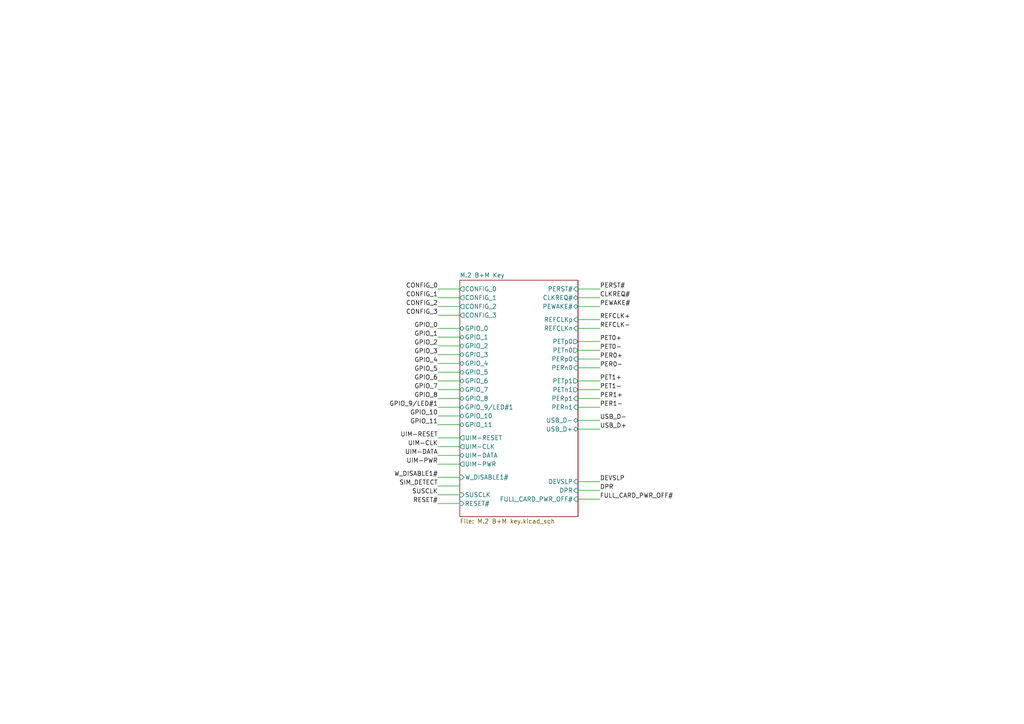
<source format=kicad_sch>
(kicad_sch
	(version 20250114)
	(generator "eeschema")
	(generator_version "9.0")
	(uuid "c871196e-a37f-421b-8d7c-60dcd33a83b4")
	(paper "A4")
	(lib_symbols)
	(wire
		(pts
			(xy 127 132.08) (xy 133.35 132.08)
		)
		(stroke
			(width 0)
			(type default)
		)
		(uuid "120f3170-179d-4452-a969-4d462ee41d64")
	)
	(wire
		(pts
			(xy 127 102.87) (xy 133.35 102.87)
		)
		(stroke
			(width 0)
			(type default)
		)
		(uuid "163ac809-4e64-4939-a4fe-db22c3670aac")
	)
	(wire
		(pts
			(xy 127 86.36) (xy 133.35 86.36)
		)
		(stroke
			(width 0)
			(type default)
		)
		(uuid "24b26cbe-a5bc-4d40-9935-9249c3e2d5e5")
	)
	(wire
		(pts
			(xy 127 88.9) (xy 133.35 88.9)
		)
		(stroke
			(width 0)
			(type default)
		)
		(uuid "24f97ca8-ab11-4278-b0aa-16f142747d79")
	)
	(wire
		(pts
			(xy 127 115.57) (xy 133.35 115.57)
		)
		(stroke
			(width 0)
			(type default)
		)
		(uuid "30975210-5418-4ca7-b8cc-ac2b79871628")
	)
	(wire
		(pts
			(xy 127 105.41) (xy 133.35 105.41)
		)
		(stroke
			(width 0)
			(type default)
		)
		(uuid "312166b3-9d37-4a02-bd65-6e98c8d5bcec")
	)
	(wire
		(pts
			(xy 127 129.54) (xy 133.35 129.54)
		)
		(stroke
			(width 0)
			(type default)
		)
		(uuid "43edd8b8-1d14-4055-aea7-0867cc7f8466")
	)
	(wire
		(pts
			(xy 127 113.03) (xy 133.35 113.03)
		)
		(stroke
			(width 0)
			(type default)
		)
		(uuid "44eb5814-cbce-4dc9-8bba-0db756931408")
	)
	(wire
		(pts
			(xy 167.64 104.14) (xy 173.99 104.14)
		)
		(stroke
			(width 0)
			(type default)
		)
		(uuid "4e96a45a-4692-4959-bc62-7880f4d304cc")
	)
	(wire
		(pts
			(xy 167.64 86.36) (xy 173.99 86.36)
		)
		(stroke
			(width 0)
			(type default)
		)
		(uuid "540fde65-1309-4bfe-a46c-735cb6ef6ebf")
	)
	(wire
		(pts
			(xy 167.64 92.71) (xy 173.99 92.71)
		)
		(stroke
			(width 0)
			(type default)
		)
		(uuid "59b76a4e-7d4e-49d8-9ea1-8114ad7b3585")
	)
	(wire
		(pts
			(xy 127 110.49) (xy 133.35 110.49)
		)
		(stroke
			(width 0)
			(type default)
		)
		(uuid "5bbe8fb6-4cbb-4a9c-96da-4e1bdc313524")
	)
	(wire
		(pts
			(xy 167.64 101.6) (xy 173.99 101.6)
		)
		(stroke
			(width 0)
			(type default)
		)
		(uuid "5e8d991f-5744-41e9-acf9-c47411452712")
	)
	(wire
		(pts
			(xy 167.64 83.82) (xy 173.99 83.82)
		)
		(stroke
			(width 0)
			(type default)
		)
		(uuid "5ede59ef-9e9f-4e6c-ad48-993cc41294ed")
	)
	(wire
		(pts
			(xy 167.64 99.06) (xy 173.99 99.06)
		)
		(stroke
			(width 0)
			(type default)
		)
		(uuid "5ef6043d-1fb7-434a-b440-395088f02559")
	)
	(wire
		(pts
			(xy 167.64 139.7) (xy 173.99 139.7)
		)
		(stroke
			(width 0)
			(type default)
		)
		(uuid "68056633-d832-4428-86df-5e6cda94ea8e")
	)
	(wire
		(pts
			(xy 167.64 106.68) (xy 173.99 106.68)
		)
		(stroke
			(width 0)
			(type default)
		)
		(uuid "6e74f3a2-f7c7-41ea-a2cf-436902f0e1b8")
	)
	(wire
		(pts
			(xy 167.64 88.9) (xy 173.99 88.9)
		)
		(stroke
			(width 0)
			(type default)
		)
		(uuid "71246420-ad60-46e5-a601-4bcb2f65616c")
	)
	(wire
		(pts
			(xy 127 138.43) (xy 133.35 138.43)
		)
		(stroke
			(width 0)
			(type default)
		)
		(uuid "7bdf1663-1cb2-49f7-8797-e53a2dae820c")
	)
	(wire
		(pts
			(xy 167.64 115.57) (xy 173.99 115.57)
		)
		(stroke
			(width 0)
			(type default)
		)
		(uuid "7c424b65-a898-4058-9b7a-721be177367a")
	)
	(wire
		(pts
			(xy 127 127) (xy 133.35 127)
		)
		(stroke
			(width 0)
			(type default)
		)
		(uuid "7cf048fc-0812-4dc5-8173-b277d2e5a858")
	)
	(wire
		(pts
			(xy 127 123.19) (xy 133.35 123.19)
		)
		(stroke
			(width 0)
			(type default)
		)
		(uuid "8d2a1f27-46b6-4988-96e9-70318de0a9da")
	)
	(wire
		(pts
			(xy 167.64 118.11) (xy 173.99 118.11)
		)
		(stroke
			(width 0)
			(type default)
		)
		(uuid "9b997216-841c-456f-a598-d0b400b3d615")
	)
	(wire
		(pts
			(xy 167.64 124.46) (xy 173.99 124.46)
		)
		(stroke
			(width 0)
			(type default)
		)
		(uuid "9c8e36e3-3fbe-4f03-bbaf-f77c4c73391f")
	)
	(wire
		(pts
			(xy 167.64 110.49) (xy 173.99 110.49)
		)
		(stroke
			(width 0)
			(type default)
		)
		(uuid "9ee6258e-985a-4a4d-a444-e7ef0121aaab")
	)
	(wire
		(pts
			(xy 167.64 144.78) (xy 173.99 144.78)
		)
		(stroke
			(width 0)
			(type default)
		)
		(uuid "a187b00b-4788-4c6f-ab78-70408903cb4e")
	)
	(wire
		(pts
			(xy 127 134.62) (xy 133.35 134.62)
		)
		(stroke
			(width 0)
			(type default)
		)
		(uuid "a94c911f-3aaa-476b-9830-0b012bb3f912")
	)
	(wire
		(pts
			(xy 167.64 142.24) (xy 173.99 142.24)
		)
		(stroke
			(width 0)
			(type default)
		)
		(uuid "aa14374d-90c2-413d-a5df-931f91bfc197")
	)
	(wire
		(pts
			(xy 167.64 113.03) (xy 173.99 113.03)
		)
		(stroke
			(width 0)
			(type default)
		)
		(uuid "afd477a3-0dbc-46c2-a96a-0c80aa0d9ccd")
	)
	(wire
		(pts
			(xy 127 143.51) (xy 133.35 143.51)
		)
		(stroke
			(width 0)
			(type default)
		)
		(uuid "bb7e54ce-72e3-4068-9bba-4c1fe3123fe1")
	)
	(wire
		(pts
			(xy 127 107.95) (xy 133.35 107.95)
		)
		(stroke
			(width 0)
			(type default)
		)
		(uuid "bb96d073-5856-494f-89d8-0f8500926f85")
	)
	(wire
		(pts
			(xy 127 83.82) (xy 133.35 83.82)
		)
		(stroke
			(width 0)
			(type default)
		)
		(uuid "c3726f14-f04a-4d9a-a813-40a4b1c7fb0a")
	)
	(wire
		(pts
			(xy 127 91.44) (xy 133.35 91.44)
		)
		(stroke
			(width 0)
			(type default)
		)
		(uuid "c8985961-20ac-4da9-a17b-43be90f11342")
	)
	(wire
		(pts
			(xy 167.64 95.25) (xy 173.99 95.25)
		)
		(stroke
			(width 0)
			(type default)
		)
		(uuid "cb442828-45c8-4792-998d-eef04b425d4a")
	)
	(wire
		(pts
			(xy 127 95.25) (xy 133.35 95.25)
		)
		(stroke
			(width 0)
			(type default)
		)
		(uuid "cd1b9201-706d-4288-9af0-70ff9a1e067a")
	)
	(wire
		(pts
			(xy 127 120.65) (xy 133.35 120.65)
		)
		(stroke
			(width 0)
			(type default)
		)
		(uuid "d560e5ff-dc2f-411e-9703-fbba445474e6")
	)
	(wire
		(pts
			(xy 127 146.05) (xy 133.35 146.05)
		)
		(stroke
			(width 0)
			(type default)
		)
		(uuid "db589fe1-67b0-4157-a7b9-192be4246831")
	)
	(wire
		(pts
			(xy 127 118.11) (xy 133.35 118.11)
		)
		(stroke
			(width 0)
			(type default)
		)
		(uuid "e49b3910-3867-4684-ab0b-ed5cedc82bd3")
	)
	(wire
		(pts
			(xy 127 140.97) (xy 133.35 140.97)
		)
		(stroke
			(width 0)
			(type default)
		)
		(uuid "e545e398-430d-4c31-9d50-270f10fa2da3")
	)
	(wire
		(pts
			(xy 127 97.79) (xy 133.35 97.79)
		)
		(stroke
			(width 0)
			(type default)
		)
		(uuid "f17ee975-1d0a-4a28-a4d9-a00db6cee2c6")
	)
	(wire
		(pts
			(xy 167.64 121.92) (xy 173.99 121.92)
		)
		(stroke
			(width 0)
			(type default)
		)
		(uuid "f1865bef-2de6-49c4-94dd-a0bcef4eb744")
	)
	(wire
		(pts
			(xy 127 100.33) (xy 133.35 100.33)
		)
		(stroke
			(width 0)
			(type default)
		)
		(uuid "f3944664-0a1b-4f6d-ada3-a8d79ea00761")
	)
	(label "SUSCLK"
		(at 127 143.51 180)
		(effects
			(font
				(size 1.27 1.27)
			)
			(justify right bottom)
		)
		(uuid "0f8512d2-1362-4ac4-89d4-b6a04613a3ce")
	)
	(label "GPIO_3"
		(at 127 102.87 180)
		(effects
			(font
				(size 1.27 1.27)
			)
			(justify right bottom)
		)
		(uuid "0f96afc9-ef94-4de9-a743-914b38116fc1")
	)
	(label "DPR"
		(at 173.99 142.24 0)
		(effects
			(font
				(size 1.27 1.27)
			)
			(justify left bottom)
		)
		(uuid "133b4bfc-4841-4c01-9f46-370f516d54bf")
	)
	(label "USB_D+"
		(at 173.99 124.46 0)
		(effects
			(font
				(size 1.27 1.27)
			)
			(justify left bottom)
		)
		(uuid "1b81a65f-9233-46ae-b36f-52f2b9d78aff")
	)
	(label "GPIO_8"
		(at 127 115.57 180)
		(effects
			(font
				(size 1.27 1.27)
			)
			(justify right bottom)
		)
		(uuid "2644730b-f7ef-4b6a-a5fd-d2d68d89af3e")
	)
	(label "W_DISABLE1#"
		(at 127 138.43 180)
		(effects
			(font
				(size 1.27 1.27)
			)
			(justify right bottom)
		)
		(uuid "39417671-9428-40a9-b7e7-2237b0e111c6")
	)
	(label "CLKREQ#"
		(at 173.99 86.36 0)
		(effects
			(font
				(size 1.27 1.27)
			)
			(justify left bottom)
		)
		(uuid "3a0343c0-29a5-4342-9483-87f1f887f790")
	)
	(label "UIM-CLK"
		(at 127 129.54 180)
		(effects
			(font
				(size 1.27 1.27)
			)
			(justify right bottom)
		)
		(uuid "3a178f25-d4e8-438e-9a4a-2de3c5c77716")
	)
	(label "RESET#"
		(at 127 146.05 180)
		(effects
			(font
				(size 1.27 1.27)
			)
			(justify right bottom)
		)
		(uuid "48467152-b121-428c-a325-3d5c2cfd3121")
	)
	(label "GPIO_5"
		(at 127 107.95 180)
		(effects
			(font
				(size 1.27 1.27)
			)
			(justify right bottom)
		)
		(uuid "5d023828-8167-47d5-8216-3717f4078461")
	)
	(label "GPIO_1"
		(at 127 97.79 180)
		(effects
			(font
				(size 1.27 1.27)
			)
			(justify right bottom)
		)
		(uuid "5ec6381c-cdb2-49cf-bee9-d31f1f216b19")
	)
	(label "PET1-"
		(at 173.99 113.03 0)
		(effects
			(font
				(size 1.27 1.27)
			)
			(justify left bottom)
		)
		(uuid "60fd79f2-3cd6-4bf0-885a-9ce516a124e3")
	)
	(label "UIM-PWR"
		(at 127 134.62 180)
		(effects
			(font
				(size 1.27 1.27)
			)
			(justify right bottom)
		)
		(uuid "666a1101-d084-4729-ac73-daf281636e40")
	)
	(label "UIM-RESET"
		(at 127 127 180)
		(effects
			(font
				(size 1.27 1.27)
			)
			(justify right bottom)
		)
		(uuid "68f0affb-5c47-4504-b01e-eccce2b5d5a1")
	)
	(label "GPIO_9{slash}LED#1"
		(at 127 118.11 180)
		(effects
			(font
				(size 1.27 1.27)
			)
			(justify right bottom)
		)
		(uuid "700a15f6-ef54-4f58-9f6d-efd7d46bdff0")
	)
	(label "USB_D-"
		(at 173.99 121.92 0)
		(effects
			(font
				(size 1.27 1.27)
			)
			(justify left bottom)
		)
		(uuid "75f39290-c6a7-423f-8afa-7dc09672b310")
	)
	(label "PER1+"
		(at 173.99 115.57 0)
		(effects
			(font
				(size 1.27 1.27)
			)
			(justify left bottom)
		)
		(uuid "8a368d16-0f67-4bee-8879-5944f6cf37db")
	)
	(label "REFCLK+"
		(at 173.99 92.71 0)
		(effects
			(font
				(size 1.27 1.27)
			)
			(justify left bottom)
		)
		(uuid "94f0a050-d500-4c2d-a91c-625d8adc0ea6")
	)
	(label "GPIO_6"
		(at 127 110.49 180)
		(effects
			(font
				(size 1.27 1.27)
			)
			(justify right bottom)
		)
		(uuid "95254a8c-e732-4920-9d81-d0372a6be482")
	)
	(label "DEVSLP"
		(at 173.99 139.7 0)
		(effects
			(font
				(size 1.27 1.27)
			)
			(justify left bottom)
		)
		(uuid "97d97101-44e3-4118-88dc-80214deb63a9")
	)
	(label "GPIO_7"
		(at 127 113.03 180)
		(effects
			(font
				(size 1.27 1.27)
			)
			(justify right bottom)
		)
		(uuid "9bf26306-08f9-42c4-a67d-f8fe792fa9c6")
	)
	(label "SIM_DETECT"
		(at 127 140.97 180)
		(effects
			(font
				(size 1.27 1.27)
			)
			(justify right bottom)
		)
		(uuid "a62210ef-2491-40ac-a8bc-94310e669244")
	)
	(label "PET1+"
		(at 173.99 110.49 0)
		(effects
			(font
				(size 1.27 1.27)
			)
			(justify left bottom)
		)
		(uuid "a7cb2db6-d9a4-4fa0-86cb-f7a3fd3895d3")
	)
	(label "GPIO_0"
		(at 127 95.25 180)
		(effects
			(font
				(size 1.27 1.27)
			)
			(justify right bottom)
		)
		(uuid "a878d9b4-4bb7-44ee-bec0-a82027fba143")
	)
	(label "GPIO_11"
		(at 127 123.19 180)
		(effects
			(font
				(size 1.27 1.27)
			)
			(justify right bottom)
		)
		(uuid "a9c9854e-24d8-4f49-a1e0-960479bce437")
	)
	(label "PEWAKE#"
		(at 173.99 88.9 0)
		(effects
			(font
				(size 1.27 1.27)
			)
			(justify left bottom)
		)
		(uuid "ad430c42-929e-436e-ab19-ab0d8eb4e12f")
	)
	(label "CONFIG_1"
		(at 127 86.36 180)
		(effects
			(font
				(size 1.27 1.27)
			)
			(justify right bottom)
		)
		(uuid "b20da28f-70f8-4280-9c0c-4d9005f8e467")
	)
	(label "PER0+"
		(at 173.99 104.14 0)
		(effects
			(font
				(size 1.27 1.27)
			)
			(justify left bottom)
		)
		(uuid "c0579b57-f683-4905-a8bf-54fec6a52aaa")
	)
	(label "PERST#"
		(at 173.99 83.82 0)
		(effects
			(font
				(size 1.27 1.27)
			)
			(justify left bottom)
		)
		(uuid "c3dcd306-bd40-40b0-9fe3-b43fc149e163")
	)
	(label "PER0-"
		(at 173.99 106.68 0)
		(effects
			(font
				(size 1.27 1.27)
			)
			(justify left bottom)
		)
		(uuid "cadadb2e-9023-47cb-8a87-f884d82662e8")
	)
	(label "PET0+"
		(at 173.99 99.06 0)
		(effects
			(font
				(size 1.27 1.27)
			)
			(justify left bottom)
		)
		(uuid "cb12f2a9-47b9-4032-917d-4e4df0cd7945")
	)
	(label "UIM-DATA"
		(at 127 132.08 180)
		(effects
			(font
				(size 1.27 1.27)
			)
			(justify right bottom)
		)
		(uuid "dc0d6f88-79b9-4a69-80e2-5c78fb87db40")
	)
	(label "CONFIG_0"
		(at 127 83.82 180)
		(effects
			(font
				(size 1.27 1.27)
			)
			(justify right bottom)
		)
		(uuid "dd16d448-228d-4fb2-a26b-6526dcb88dfa")
	)
	(label "REFCLK-"
		(at 173.99 95.25 0)
		(effects
			(font
				(size 1.27 1.27)
			)
			(justify left bottom)
		)
		(uuid "de8d9533-77de-4715-b1f4-515f85d1cd00")
	)
	(label "CONFIG_2"
		(at 127 88.9 180)
		(effects
			(font
				(size 1.27 1.27)
			)
			(justify right bottom)
		)
		(uuid "e1793143-94b1-41bc-a9e9-39253b4364ee")
	)
	(label "GPIO_10"
		(at 127 120.65 180)
		(effects
			(font
				(size 1.27 1.27)
			)
			(justify right bottom)
		)
		(uuid "e7780465-b1ff-4a26-9a6b-22f5a7051390")
	)
	(label "PET0-"
		(at 173.99 101.6 0)
		(effects
			(font
				(size 1.27 1.27)
			)
			(justify left bottom)
		)
		(uuid "e925c706-673b-41b6-8435-e2dce2bf6eb7")
	)
	(label "CONFIG_3"
		(at 127 91.44 180)
		(effects
			(font
				(size 1.27 1.27)
			)
			(justify right bottom)
		)
		(uuid "e970c080-1957-4edd-a29e-d4509d833608")
	)
	(label "GPIO_2"
		(at 127 100.33 180)
		(effects
			(font
				(size 1.27 1.27)
			)
			(justify right bottom)
		)
		(uuid "eb943f1b-69d4-467c-a0e8-cb3d8e532693")
	)
	(label "FULL_CARD_PWR_OFF#"
		(at 173.99 144.78 0)
		(effects
			(font
				(size 1.27 1.27)
			)
			(justify left bottom)
		)
		(uuid "ecbd4100-7f8e-43d4-9821-121f0d2bc1c6")
	)
	(label "PER1-"
		(at 173.99 118.11 0)
		(effects
			(font
				(size 1.27 1.27)
			)
			(justify left bottom)
		)
		(uuid "ee3d1a5e-0341-4e0b-9eab-8bc018c99157")
	)
	(label "GPIO_4"
		(at 127 105.41 180)
		(effects
			(font
				(size 1.27 1.27)
			)
			(justify right bottom)
		)
		(uuid "feebe981-19c5-437e-a1e3-e4d47e5c7784")
	)
	(sheet
		(at 133.35 81.28)
		(size 34.29 68.58)
		(exclude_from_sim no)
		(in_bom yes)
		(on_board yes)
		(dnp no)
		(fields_autoplaced yes)
		(stroke
			(width 0.1524)
			(type solid)
		)
		(fill
			(color 0 0 0 0.0000)
		)
		(uuid "e086ee9a-3d5b-4ff1-a047-e817495952af")
		(property "Sheetname" "M.2 B+M Key"
			(at 133.35 80.5684 0)
			(effects
				(font
					(size 1.27 1.27)
				)
				(justify left bottom)
			)
		)
		(property "Sheetfile" "M.2 B+M key.kicad_sch"
			(at 133.35 150.4446 0)
			(effects
				(font
					(size 1.27 1.27)
				)
				(justify left top)
			)
		)
		(pin "GPIO_9/LED#1" bidirectional
			(at 133.35 118.11 180)
			(uuid "8ecceb83-5624-4e10-99de-2727a05aefb2")
			(effects
				(font
					(size 1.27 1.27)
				)
				(justify left)
			)
		)
		(pin "GPIO_0" bidirectional
			(at 133.35 95.25 180)
			(uuid "32c10be9-16ad-4b3f-8063-0405e761349e")
			(effects
				(font
					(size 1.27 1.27)
				)
				(justify left)
			)
		)
		(pin "UIM-RESET" output
			(at 133.35 127 180)
			(uuid "13c6d10a-10bb-413c-a65a-6130dc04ea9d")
			(effects
				(font
					(size 1.27 1.27)
				)
				(justify left)
			)
		)
		(pin "UIM-DATA" bidirectional
			(at 133.35 132.08 180)
			(uuid "c54bda46-288a-42c4-a49f-e39c98270190")
			(effects
				(font
					(size 1.27 1.27)
				)
				(justify left)
			)
		)
		(pin "GPIO_3" bidirectional
			(at 133.35 102.87 180)
			(uuid "8a8ace45-9e86-42ec-9c8d-b6b8ac1302b0")
			(effects
				(font
					(size 1.27 1.27)
				)
				(justify left)
			)
		)
		(pin "GPIO_5" bidirectional
			(at 133.35 107.95 180)
			(uuid "483becc5-f60a-492e-89f8-67663553599a")
			(effects
				(font
					(size 1.27 1.27)
				)
				(justify left)
			)
		)
		(pin "CONFIG_1" output
			(at 133.35 86.36 180)
			(uuid "8bf6cb26-ca33-4430-a573-beb6d6762998")
			(effects
				(font
					(size 1.27 1.27)
				)
				(justify left)
			)
		)
		(pin "CONFIG_2" output
			(at 133.35 88.9 180)
			(uuid "73dcb1c5-521d-4e44-944a-a5e70cd8dc2c")
			(effects
				(font
					(size 1.27 1.27)
				)
				(justify left)
			)
		)
		(pin "PERn1" input
			(at 167.64 118.11 0)
			(uuid "d17d1f2b-f7ac-4c1d-8815-5e1d32ea5bd3")
			(effects
				(font
					(size 1.27 1.27)
				)
				(justify right)
			)
		)
		(pin "PETn1" output
			(at 167.64 113.03 0)
			(uuid "3725f4de-fb4d-44f3-92ac-3fd4537ec212")
			(effects
				(font
					(size 1.27 1.27)
				)
				(justify right)
			)
		)
		(pin "DPR" input
			(at 167.64 142.24 0)
			(uuid "c0ae11d7-1b45-4d3f-8fff-e2bb32dec297")
			(effects
				(font
					(size 1.27 1.27)
				)
				(justify right)
			)
		)
		(pin "GPIO_10" bidirectional
			(at 133.35 120.65 180)
			(uuid "f2cdc32e-5d98-4d8e-b8dc-384b0b3f29f3")
			(effects
				(font
					(size 1.27 1.27)
				)
				(justify left)
			)
		)
		(pin "UIM-PWR" output
			(at 133.35 134.62 180)
			(uuid "1adad4c3-3b36-46f4-848a-d1e3accece6f")
			(effects
				(font
					(size 1.27 1.27)
				)
				(justify left)
			)
		)
		(pin "GPIO_7" bidirectional
			(at 133.35 113.03 180)
			(uuid "e4c1efc8-eeb9-4d3a-8e24-cf0cc5824330")
			(effects
				(font
					(size 1.27 1.27)
				)
				(justify left)
			)
		)
		(pin "REFCLKp" input
			(at 167.64 92.71 0)
			(uuid "4601e433-d825-4a71-8007-044c8ffa34d8")
			(effects
				(font
					(size 1.27 1.27)
				)
				(justify right)
			)
		)
		(pin "DEVSLP" input
			(at 167.64 139.7 0)
			(uuid "40d8c8c7-6f16-40fb-af66-64ecb464251b")
			(effects
				(font
					(size 1.27 1.27)
				)
				(justify right)
			)
		)
		(pin "PERn0" input
			(at 167.64 106.68 0)
			(uuid "19caf778-bab3-4fdc-b845-6737ebca124b")
			(effects
				(font
					(size 1.27 1.27)
				)
				(justify right)
			)
		)
		(pin "GPIO_1" bidirectional
			(at 133.35 97.79 180)
			(uuid "80999e81-e9c3-49ec-be63-ea88c7acd843")
			(effects
				(font
					(size 1.27 1.27)
				)
				(justify left)
			)
		)
		(pin "GPIO_4" bidirectional
			(at 133.35 105.41 180)
			(uuid "95443608-345d-4dd0-8e63-19fba8e2a4eb")
			(effects
				(font
					(size 1.27 1.27)
				)
				(justify left)
			)
		)
		(pin "PETp0" output
			(at 167.64 99.06 0)
			(uuid "903fc130-1bfb-4588-8313-fcae285d99c5")
			(effects
				(font
					(size 1.27 1.27)
				)
				(justify right)
			)
		)
		(pin "CONFIG_0" output
			(at 133.35 83.82 180)
			(uuid "7aaef5d7-1c35-461a-8514-9435251d20bc")
			(effects
				(font
					(size 1.27 1.27)
				)
				(justify left)
			)
		)
		(pin "PERp0" input
			(at 167.64 104.14 0)
			(uuid "d8c84151-63d0-4908-9a7b-4fd2c0879303")
			(effects
				(font
					(size 1.27 1.27)
				)
				(justify right)
			)
		)
		(pin "PETn0" output
			(at 167.64 101.6 0)
			(uuid "09e52e42-ed4e-43b0-a6d7-b999b61fd1c1")
			(effects
				(font
					(size 1.27 1.27)
				)
				(justify right)
			)
		)
		(pin "REFCLKn" input
			(at 167.64 95.25 0)
			(uuid "174a4ff3-ff47-4ec7-b858-52f272e25289")
			(effects
				(font
					(size 1.27 1.27)
				)
				(justify right)
			)
		)
		(pin "SUSCLK" input
			(at 133.35 143.51 180)
			(uuid "63ae8e1e-15cc-4dbd-ad8b-9d98cf6c90fd")
			(effects
				(font
					(size 1.27 1.27)
				)
				(justify left)
			)
		)
		(pin "PETp1" output
			(at 167.64 110.49 0)
			(uuid "daaaf69e-5476-42fa-a6ff-07bed60629da")
			(effects
				(font
					(size 1.27 1.27)
				)
				(justify right)
			)
		)
		(pin "USB_D+" bidirectional
			(at 167.64 124.46 0)
			(uuid "5211ec4e-1ada-4f7d-b588-3dcc91b7e771")
			(effects
				(font
					(size 1.27 1.27)
				)
				(justify right)
			)
		)
		(pin "FULL_CARD_PWR_OFF#" input
			(at 167.64 144.78 0)
			(uuid "2e9e815d-849b-4e2e-8962-bbde4f013109")
			(effects
				(font
					(size 1.27 1.27)
				)
				(justify right)
			)
		)
		(pin "GPIO_8" bidirectional
			(at 133.35 115.57 180)
			(uuid "7299e998-4043-4045-bd84-99b409a8c99c")
			(effects
				(font
					(size 1.27 1.27)
				)
				(justify left)
			)
		)
		(pin "W_DISABLE1#" input
			(at 133.35 138.43 180)
			(uuid "0a4690be-6394-4e54-8adc-8940deb85e7a")
			(effects
				(font
					(size 1.27 1.27)
				)
				(justify left)
			)
		)
		(pin "USB_D-" bidirectional
			(at 167.64 121.92 0)
			(uuid "c81028b7-4d94-4371-b764-6cf5a2be5293")
			(effects
				(font
					(size 1.27 1.27)
				)
				(justify right)
			)
		)
		(pin "PERp1" input
			(at 167.64 115.57 0)
			(uuid "4d4f013a-986e-497f-b2d4-880a82ac8ce9")
			(effects
				(font
					(size 1.27 1.27)
				)
				(justify right)
			)
		)
		(pin "GPIO_2" bidirectional
			(at 133.35 100.33 180)
			(uuid "9d0190d1-f89b-4417-8b8e-0f9c3a1e3f21")
			(effects
				(font
					(size 1.27 1.27)
				)
				(justify left)
			)
		)
		(pin "RESET#" input
			(at 133.35 146.05 180)
			(uuid "ee9e1713-c907-4786-bd11-c5a38d7e8667")
			(effects
				(font
					(size 1.27 1.27)
				)
				(justify left)
			)
		)
		(pin "PERST#" input
			(at 167.64 83.82 0)
			(uuid "87cfc13f-7d62-4147-a928-6383b4e48803")
			(effects
				(font
					(size 1.27 1.27)
				)
				(justify right)
			)
		)
		(pin "CONFIG_3" output
			(at 133.35 91.44 180)
			(uuid "15fab418-c81c-49eb-9130-82f2199c8985")
			(effects
				(font
					(size 1.27 1.27)
				)
				(justify left)
			)
		)
		(pin "GPIO_11" bidirectional
			(at 133.35 123.19 180)
			(uuid "2438b5ca-ab62-4416-8381-1d81d5b4cdfd")
			(effects
				(font
					(size 1.27 1.27)
				)
				(justify left)
			)
		)
		(pin "UIM-CLK" output
			(at 133.35 129.54 180)
			(uuid "dc4dc195-b22e-46f0-a265-5d230b8684d4")
			(effects
				(font
					(size 1.27 1.27)
				)
				(justify left)
			)
		)
		(pin "PEWAKE#" bidirectional
			(at 167.64 88.9 0)
			(uuid "16ff6794-3e0d-4f59-9cef-648258780c1c")
			(effects
				(font
					(size 1.27 1.27)
				)
				(justify right)
			)
		)
		(pin "CLKREQ#" bidirectional
			(at 167.64 86.36 0)
			(uuid "6f7a943a-1ba2-4d0b-9841-d960c53d366e")
			(effects
				(font
					(size 1.27 1.27)
				)
				(justify right)
			)
		)
		(pin "GPIO_6" bidirectional
			(at 133.35 110.49 180)
			(uuid "ad79191a-87ac-456a-9c3d-bee30fdcb627")
			(effects
				(font
					(size 1.27 1.27)
				)
				(justify left)
			)
		)
		(instances
			(project "M.2 B+M Key 3060"
				(path "/c871196e-a37f-421b-8d7c-60dcd33a83b4"
					(page "2")
				)
			)
		)
	)
	(sheet_instances
		(path "/"
			(page "1")
		)
	)
	(embedded_fonts no)
)

</source>
